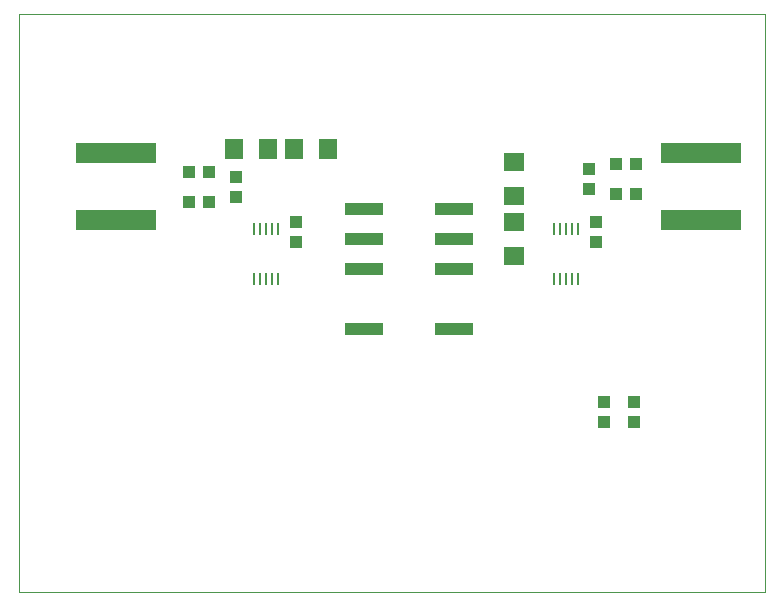
<source format=gtp>
G75*
%MOIN*%
%OFA0B0*%
%FSLAX25Y25*%
%IPPOS*%
%LPD*%
%AMOC8*
5,1,8,0,0,1.08239X$1,22.5*
%
%ADD10C,0.00000*%
%ADD11R,0.03937X0.04331*%
%ADD12R,0.04331X0.03937*%
%ADD13R,0.00984X0.03937*%
%ADD14R,0.26500X0.07087*%
%ADD15R,0.12598X0.03937*%
%ADD16R,0.06299X0.07098*%
%ADD17R,0.07098X0.06299*%
D10*
X0001000Y0001000D02*
X0001000Y0193461D01*
X0249701Y0193461D01*
X0249701Y0001000D01*
X0001000Y0001000D01*
D11*
X0093500Y0117654D03*
X0093500Y0124346D03*
X0073500Y0132654D03*
X0073500Y0139346D03*
X0064346Y0141000D03*
X0057654Y0141000D03*
X0057654Y0131000D03*
X0064346Y0131000D03*
X0191000Y0135154D03*
X0191000Y0141846D03*
X0200154Y0143500D03*
X0206846Y0143500D03*
X0206846Y0133500D03*
X0200154Y0133500D03*
X0193500Y0124346D03*
X0193500Y0117654D03*
D12*
X0196000Y0064346D03*
X0196000Y0057654D03*
X0206000Y0057654D03*
X0206000Y0064346D03*
D13*
X0187437Y0105181D03*
X0185469Y0105181D03*
X0183500Y0105181D03*
X0181531Y0105181D03*
X0179563Y0105181D03*
X0179563Y0121819D03*
X0181531Y0121819D03*
X0183500Y0121819D03*
X0185469Y0121819D03*
X0187437Y0121819D03*
X0087437Y0121819D03*
X0085469Y0121819D03*
X0083500Y0121819D03*
X0081531Y0121819D03*
X0079563Y0121819D03*
X0079563Y0105181D03*
X0081531Y0105181D03*
X0083500Y0105181D03*
X0085469Y0105181D03*
X0087437Y0105181D03*
D14*
X0033500Y0124976D03*
X0033500Y0147024D03*
X0228500Y0147024D03*
X0228500Y0124976D03*
D15*
X0146000Y0128500D03*
X0146000Y0118500D03*
X0146236Y0108500D03*
X0146000Y0088500D03*
X0116000Y0088500D03*
X0116000Y0108500D03*
X0116000Y0118500D03*
X0116000Y0128500D03*
D16*
X0104098Y0148500D03*
X0092902Y0148500D03*
X0084098Y0148500D03*
X0072902Y0148500D03*
D17*
X0166000Y0144098D03*
X0166000Y0132902D03*
X0166000Y0124098D03*
X0166000Y0112902D03*
M02*

</source>
